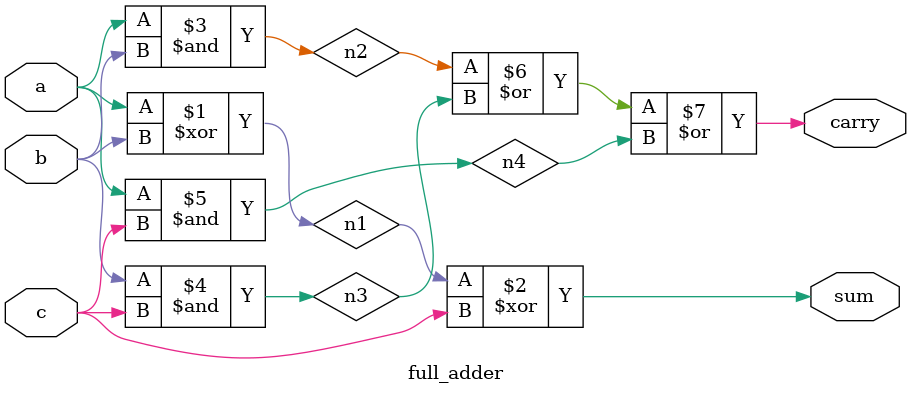
<source format=v>
module full_adder(input a,b,c, output sum,carry);
wire n1,n2,n3,n4;
xor (n1,a,b);
xor (sum,n1,c);

and (n2,a,b);
and (n3,b,c);
and (n4,a,c);
or (carry,n2,n3,n4);

endmodule

</source>
